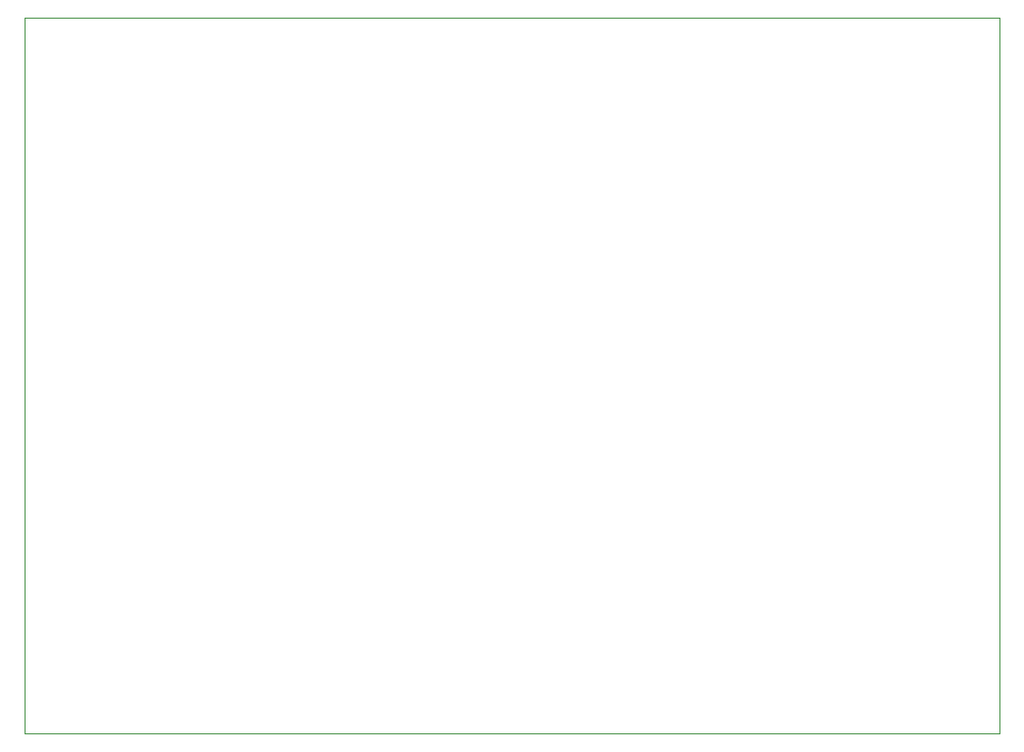
<source format=gbr>
%TF.GenerationSoftware,KiCad,Pcbnew,(6.0.11)*%
%TF.CreationDate,2023-02-10T10:35:54-08:00*%
%TF.ProjectId,EV1,4556312e-6b69-4636-9164-5f7063625858,rev?*%
%TF.SameCoordinates,Original*%
%TF.FileFunction,Profile,NP*%
%FSLAX46Y46*%
G04 Gerber Fmt 4.6, Leading zero omitted, Abs format (unit mm)*
G04 Created by KiCad (PCBNEW (6.0.11)) date 2023-02-10 10:35:54*
%MOMM*%
%LPD*%
G01*
G04 APERTURE LIST*
%TA.AperFunction,Profile*%
%ADD10C,0.100000*%
%TD*%
G04 APERTURE END LIST*
D10*
X113770000Y-61199689D02*
X197810000Y-61199689D01*
X197810000Y-61199689D02*
X197810000Y-122900000D01*
X197810000Y-122900000D02*
X113770000Y-122900000D01*
X113770000Y-122900000D02*
X113770000Y-61199689D01*
M02*

</source>
